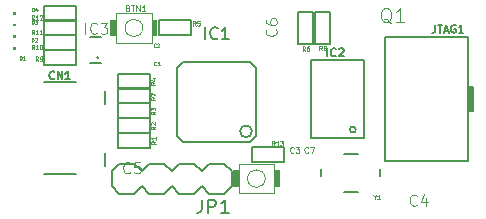
<source format=gbr>
%TF.GenerationSoftware,KiCad,Pcbnew,(6.0.7)*%
%TF.CreationDate,2022-08-30T17:51:16+02:00*%
%TF.ProjectId,blackmagic_richardeoin,626c6163-6b6d-4616-9769-635f72696368,rev?*%
%TF.SameCoordinates,Original*%
%TF.FileFunction,Legend,Top*%
%TF.FilePolarity,Positive*%
%FSLAX46Y46*%
G04 Gerber Fmt 4.6, Leading zero omitted, Abs format (unit mm)*
G04 Created by KiCad (PCBNEW (6.0.7)) date 2022-08-30 17:51:16*
%MOMM*%
%LPD*%
G01*
G04 APERTURE LIST*
%ADD10C,0.146304*%
%ADD11C,0.175000*%
%ADD12C,0.075000*%
%ADD13C,0.032512*%
%ADD14C,0.081280*%
%ADD15C,0.065024*%
%ADD16C,0.127000*%
%ADD17C,0.101600*%
%ADD18C,0.100000*%
%ADD19C,0.203200*%
%ADD20C,0.150000*%
%ADD21C,0.152400*%
G04 APERTURE END LIST*
D10*
%TO.C,CN1*%
X153259641Y-95279786D02*
X153227904Y-95311524D01*
X153132690Y-95343262D01*
X153069214Y-95343262D01*
X152974000Y-95311524D01*
X152910525Y-95248048D01*
X152878787Y-95184572D01*
X152847049Y-95057620D01*
X152847049Y-94962407D01*
X152878787Y-94835455D01*
X152910525Y-94771979D01*
X152974000Y-94708504D01*
X153069214Y-94676766D01*
X153132690Y-94676766D01*
X153227904Y-94708504D01*
X153259641Y-94740241D01*
X153545283Y-95343262D02*
X153545283Y-94676766D01*
X153926137Y-95343262D01*
X153926137Y-94676766D01*
X154592633Y-95343262D02*
X154211779Y-95343262D01*
X154402206Y-95343262D02*
X154402206Y-94676766D01*
X154338730Y-94771979D01*
X154275254Y-94835455D01*
X154211779Y-94867193D01*
D11*
%TO.C,IC2*%
X176377916Y-93416666D02*
X176377916Y-92716666D01*
X177111250Y-93350000D02*
X177077916Y-93383333D01*
X176977916Y-93416666D01*
X176911250Y-93416666D01*
X176811250Y-93383333D01*
X176744583Y-93316666D01*
X176711250Y-93250000D01*
X176677916Y-93116666D01*
X176677916Y-93016666D01*
X176711250Y-92883333D01*
X176744583Y-92816666D01*
X176811250Y-92750000D01*
X176911250Y-92716666D01*
X176977916Y-92716666D01*
X177077916Y-92750000D01*
X177111250Y-92783333D01*
X177377916Y-92783333D02*
X177411250Y-92750000D01*
X177477916Y-92716666D01*
X177644583Y-92716666D01*
X177711250Y-92750000D01*
X177744583Y-92783333D01*
X177777916Y-92850000D01*
X177777916Y-92916666D01*
X177744583Y-93016666D01*
X177344583Y-93416666D01*
X177777916Y-93416666D01*
D12*
%TO.C,D2*%
X151336964Y-92160714D02*
X151336964Y-91860714D01*
X151408392Y-91860714D01*
X151451250Y-91875000D01*
X151479821Y-91903571D01*
X151494107Y-91932142D01*
X151508392Y-91989285D01*
X151508392Y-92032142D01*
X151494107Y-92089285D01*
X151479821Y-92117857D01*
X151451250Y-92146428D01*
X151408392Y-92160714D01*
X151336964Y-92160714D01*
X151622678Y-91889285D02*
X151636964Y-91875000D01*
X151665535Y-91860714D01*
X151736964Y-91860714D01*
X151765535Y-91875000D01*
X151779821Y-91889285D01*
X151794107Y-91917857D01*
X151794107Y-91946428D01*
X151779821Y-91989285D01*
X151608392Y-92160714D01*
X151794107Y-92160714D01*
D13*
%TO.C,R10*%
X151549582Y-92800183D02*
X151424953Y-92622141D01*
X151335932Y-92800183D02*
X151335932Y-92426295D01*
X151478366Y-92426295D01*
X151513974Y-92444100D01*
X151531778Y-92461904D01*
X151549582Y-92497512D01*
X151549582Y-92550925D01*
X151531778Y-92586533D01*
X151513974Y-92604337D01*
X151478366Y-92622141D01*
X151335932Y-92622141D01*
X151905666Y-92800183D02*
X151692016Y-92800183D01*
X151798841Y-92800183D02*
X151798841Y-92426295D01*
X151763233Y-92479708D01*
X151727624Y-92515316D01*
X151692016Y-92533120D01*
X152137121Y-92426295D02*
X152172729Y-92426295D01*
X152208337Y-92444100D01*
X152226142Y-92461904D01*
X152243946Y-92497512D01*
X152261750Y-92568729D01*
X152261750Y-92657750D01*
X152243946Y-92728967D01*
X152226142Y-92764575D01*
X152208337Y-92782379D01*
X152172729Y-92800183D01*
X152137121Y-92800183D01*
X152101512Y-92782379D01*
X152083708Y-92764575D01*
X152065904Y-92728967D01*
X152048100Y-92657750D01*
X152048100Y-92568729D01*
X152065904Y-92497512D01*
X152083708Y-92461904D01*
X152101512Y-92444100D01*
X152137121Y-92426295D01*
%TO.C,R7*%
X161831083Y-96873433D02*
X161653041Y-96998062D01*
X161831083Y-97087083D02*
X161457195Y-97087083D01*
X161457195Y-96944650D01*
X161475000Y-96909041D01*
X161492804Y-96891237D01*
X161528412Y-96873433D01*
X161581825Y-96873433D01*
X161617433Y-96891237D01*
X161635237Y-96909041D01*
X161653041Y-96944650D01*
X161653041Y-97087083D01*
X161457195Y-96748804D02*
X161457195Y-96499545D01*
X161831083Y-96659783D01*
%TO.C,R5*%
X165221904Y-90795295D02*
X165097274Y-90617253D01*
X165008253Y-90795295D02*
X165008253Y-90421407D01*
X165150687Y-90421407D01*
X165186295Y-90439212D01*
X165204099Y-90457016D01*
X165221904Y-90492624D01*
X165221904Y-90546037D01*
X165204099Y-90581645D01*
X165186295Y-90599449D01*
X165150687Y-90617253D01*
X165008253Y-90617253D01*
X165560183Y-90421407D02*
X165382141Y-90421407D01*
X165364337Y-90599449D01*
X165382141Y-90581645D01*
X165417750Y-90563841D01*
X165506771Y-90563841D01*
X165542379Y-90581645D01*
X165560183Y-90599449D01*
X165577987Y-90635058D01*
X165577987Y-90724079D01*
X165560183Y-90759687D01*
X165542379Y-90777491D01*
X165506771Y-90795295D01*
X165417750Y-90795295D01*
X165382141Y-90777491D01*
X165364337Y-90759687D01*
%TO.C,R8*%
X175923804Y-92907195D02*
X175799174Y-92729153D01*
X175710153Y-92907195D02*
X175710153Y-92533307D01*
X175852587Y-92533307D01*
X175888195Y-92551112D01*
X175905999Y-92568916D01*
X175923804Y-92604524D01*
X175923804Y-92657937D01*
X175905999Y-92693545D01*
X175888195Y-92711349D01*
X175852587Y-92729153D01*
X175710153Y-92729153D01*
X176137454Y-92693545D02*
X176101845Y-92675741D01*
X176084041Y-92657937D01*
X176066237Y-92622328D01*
X176066237Y-92604524D01*
X176084041Y-92568916D01*
X176101845Y-92551112D01*
X176137454Y-92533307D01*
X176208671Y-92533307D01*
X176244279Y-92551112D01*
X176262083Y-92568916D01*
X176279887Y-92604524D01*
X176279887Y-92622328D01*
X176262083Y-92657937D01*
X176244279Y-92675741D01*
X176208671Y-92693545D01*
X176137454Y-92693545D01*
X176101845Y-92711349D01*
X176084041Y-92729153D01*
X176066237Y-92764762D01*
X176066237Y-92835979D01*
X176084041Y-92871587D01*
X176101845Y-92889391D01*
X176137454Y-92907195D01*
X176208671Y-92907195D01*
X176244279Y-92889391D01*
X176262083Y-92871587D01*
X176279887Y-92835979D01*
X176279887Y-92764762D01*
X176262083Y-92729153D01*
X176244279Y-92711349D01*
X176208671Y-92693545D01*
%TO.C,R1*%
X161856083Y-100598433D02*
X161678041Y-100723062D01*
X161856083Y-100812083D02*
X161482195Y-100812083D01*
X161482195Y-100669650D01*
X161500000Y-100634041D01*
X161517804Y-100616237D01*
X161553412Y-100598433D01*
X161606825Y-100598433D01*
X161642433Y-100616237D01*
X161660237Y-100634041D01*
X161678041Y-100669650D01*
X161678041Y-100812083D01*
X161856083Y-100242349D02*
X161856083Y-100455999D01*
X161856083Y-100349174D02*
X161482195Y-100349174D01*
X161535608Y-100384783D01*
X161571216Y-100420391D01*
X161589020Y-100455999D01*
D10*
%TO.C,JTAG1*%
X185494214Y-90751766D02*
X185494214Y-91227834D01*
X185462476Y-91323048D01*
X185399000Y-91386524D01*
X185303787Y-91418262D01*
X185240311Y-91418262D01*
X185716379Y-90751766D02*
X186097234Y-90751766D01*
X185906807Y-91418262D02*
X185906807Y-90751766D01*
X186287662Y-91227834D02*
X186605041Y-91227834D01*
X186224186Y-91418262D02*
X186446351Y-90751766D01*
X186668517Y-91418262D01*
X187239799Y-90783504D02*
X187176323Y-90751766D01*
X187081109Y-90751766D01*
X186985896Y-90783504D01*
X186922420Y-90846979D01*
X186890682Y-90910455D01*
X186858944Y-91037407D01*
X186858944Y-91132620D01*
X186890682Y-91259572D01*
X186922420Y-91323048D01*
X186985896Y-91386524D01*
X187081109Y-91418262D01*
X187144585Y-91418262D01*
X187239799Y-91386524D01*
X187271537Y-91354786D01*
X187271537Y-91132620D01*
X187144585Y-91132620D01*
X187906295Y-91418262D02*
X187525440Y-91418262D01*
X187715867Y-91418262D02*
X187715867Y-90751766D01*
X187652392Y-90846979D01*
X187588916Y-90910455D01*
X187525440Y-90942193D01*
D13*
%TO.C,R2*%
X161831083Y-99348433D02*
X161653041Y-99473062D01*
X161831083Y-99562083D02*
X161457195Y-99562083D01*
X161457195Y-99419650D01*
X161475000Y-99384041D01*
X161492804Y-99366237D01*
X161528412Y-99348433D01*
X161581825Y-99348433D01*
X161617433Y-99366237D01*
X161635237Y-99384041D01*
X161653041Y-99419650D01*
X161653041Y-99562083D01*
X161492804Y-99205999D02*
X161475000Y-99188195D01*
X161457195Y-99152587D01*
X161457195Y-99063566D01*
X161475000Y-99027957D01*
X161492804Y-99010153D01*
X161528412Y-98992349D01*
X161564020Y-98992349D01*
X161617433Y-99010153D01*
X161831083Y-99223804D01*
X161831083Y-98992349D01*
%TO.C,R12*%
X151549582Y-90300183D02*
X151424953Y-90122141D01*
X151335932Y-90300183D02*
X151335932Y-89926295D01*
X151478366Y-89926295D01*
X151513974Y-89944100D01*
X151531778Y-89961904D01*
X151549582Y-89997512D01*
X151549582Y-90050925D01*
X151531778Y-90086533D01*
X151513974Y-90104337D01*
X151478366Y-90122141D01*
X151335932Y-90122141D01*
X151905666Y-90300183D02*
X151692016Y-90300183D01*
X151798841Y-90300183D02*
X151798841Y-89926295D01*
X151763233Y-89979708D01*
X151727624Y-90015316D01*
X151692016Y-90033120D01*
X152048100Y-89961904D02*
X152065904Y-89944100D01*
X152101512Y-89926295D01*
X152190533Y-89926295D01*
X152226142Y-89944100D01*
X152243946Y-89961904D01*
X152261750Y-89997512D01*
X152261750Y-90033120D01*
X152243946Y-90086533D01*
X152030295Y-90300183D01*
X152261750Y-90300183D01*
D14*
%TO.C,C7*%
X174757593Y-101528571D02*
X174733784Y-101552380D01*
X174662355Y-101576190D01*
X174614736Y-101576190D01*
X174543308Y-101552380D01*
X174495689Y-101504761D01*
X174471879Y-101457142D01*
X174448070Y-101361904D01*
X174448070Y-101290476D01*
X174471879Y-101195238D01*
X174495689Y-101147619D01*
X174543308Y-101100000D01*
X174614736Y-101076190D01*
X174662355Y-101076190D01*
X174733784Y-101100000D01*
X174757593Y-101123809D01*
X174924260Y-101076190D02*
X175257593Y-101076190D01*
X175043308Y-101576190D01*
D12*
%TO.C,D3*%
X151361964Y-90660714D02*
X151361964Y-90360714D01*
X151433392Y-90360714D01*
X151476250Y-90375000D01*
X151504821Y-90403571D01*
X151519107Y-90432142D01*
X151533392Y-90489285D01*
X151533392Y-90532142D01*
X151519107Y-90589285D01*
X151504821Y-90617857D01*
X151476250Y-90646428D01*
X151433392Y-90660714D01*
X151361964Y-90660714D01*
X151633392Y-90360714D02*
X151819107Y-90360714D01*
X151719107Y-90475000D01*
X151761964Y-90475000D01*
X151790535Y-90489285D01*
X151804821Y-90503571D01*
X151819107Y-90532142D01*
X151819107Y-90603571D01*
X151804821Y-90632142D01*
X151790535Y-90646428D01*
X151761964Y-90660714D01*
X151676250Y-90660714D01*
X151647678Y-90646428D01*
X151633392Y-90632142D01*
D13*
%TO.C,Y1*%
X180378645Y-105336641D02*
X180378645Y-105514683D01*
X180254016Y-105140795D02*
X180378645Y-105336641D01*
X180503275Y-105140795D01*
X180823750Y-105514683D02*
X180610100Y-105514683D01*
X180716925Y-105514683D02*
X180716925Y-105140795D01*
X180681316Y-105194208D01*
X180645708Y-105229816D01*
X180610100Y-105247620D01*
D12*
%TO.C,C2*%
X161858392Y-92582142D02*
X161844107Y-92596428D01*
X161801250Y-92610714D01*
X161772678Y-92610714D01*
X161729821Y-92596428D01*
X161701250Y-92567857D01*
X161686964Y-92539285D01*
X161672678Y-92482142D01*
X161672678Y-92439285D01*
X161686964Y-92382142D01*
X161701250Y-92353571D01*
X161729821Y-92325000D01*
X161772678Y-92310714D01*
X161801250Y-92310714D01*
X161844107Y-92325000D01*
X161858392Y-92339285D01*
X161972678Y-92339285D02*
X161986964Y-92325000D01*
X162015535Y-92310714D01*
X162086964Y-92310714D01*
X162115535Y-92325000D01*
X162129821Y-92339285D01*
X162144107Y-92367857D01*
X162144107Y-92396428D01*
X162129821Y-92439285D01*
X161958392Y-92610714D01*
X162144107Y-92610714D01*
D15*
%TO.C,BTN1*%
X159487496Y-89314285D02*
X159558924Y-89338095D01*
X159582734Y-89361904D01*
X159606543Y-89409523D01*
X159606543Y-89480952D01*
X159582734Y-89528571D01*
X159558924Y-89552380D01*
X159511305Y-89576190D01*
X159320829Y-89576190D01*
X159320829Y-89076190D01*
X159487496Y-89076190D01*
X159535115Y-89100000D01*
X159558924Y-89123809D01*
X159582734Y-89171428D01*
X159582734Y-89219047D01*
X159558924Y-89266666D01*
X159535115Y-89290476D01*
X159487496Y-89314285D01*
X159320829Y-89314285D01*
X159749401Y-89076190D02*
X160035115Y-89076190D01*
X159892258Y-89576190D02*
X159892258Y-89076190D01*
X160201782Y-89576190D02*
X160201782Y-89076190D01*
X160487496Y-89576190D01*
X160487496Y-89076190D01*
X160987496Y-89576190D02*
X160701782Y-89576190D01*
X160844639Y-89576190D02*
X160844639Y-89076190D01*
X160797020Y-89147619D01*
X160749401Y-89195238D01*
X160701782Y-89219047D01*
D13*
%TO.C,R11*%
X151549582Y-91550183D02*
X151424953Y-91372141D01*
X151335932Y-91550183D02*
X151335932Y-91176295D01*
X151478366Y-91176295D01*
X151513974Y-91194100D01*
X151531778Y-91211904D01*
X151549582Y-91247512D01*
X151549582Y-91300925D01*
X151531778Y-91336533D01*
X151513974Y-91354337D01*
X151478366Y-91372141D01*
X151335932Y-91372141D01*
X151905666Y-91550183D02*
X151692016Y-91550183D01*
X151798841Y-91550183D02*
X151798841Y-91176295D01*
X151763233Y-91229708D01*
X151727624Y-91265316D01*
X151692016Y-91283120D01*
X152261750Y-91550183D02*
X152048100Y-91550183D01*
X152154925Y-91550183D02*
X152154925Y-91176295D01*
X152119316Y-91229708D01*
X152083708Y-91265316D01*
X152048100Y-91283120D01*
D16*
%TO.C,JP1*%
X165761035Y-105527971D02*
X165761035Y-106344400D01*
X165706607Y-106507685D01*
X165597750Y-106616542D01*
X165434464Y-106670971D01*
X165325607Y-106670971D01*
X166305321Y-106670971D02*
X166305321Y-105527971D01*
X166740750Y-105527971D01*
X166849607Y-105582400D01*
X166904035Y-105636828D01*
X166958464Y-105745685D01*
X166958464Y-105908971D01*
X166904035Y-106017828D01*
X166849607Y-106072257D01*
X166740750Y-106126685D01*
X166305321Y-106126685D01*
X168047035Y-106670971D02*
X167393892Y-106670971D01*
X167720464Y-106670971D02*
X167720464Y-105527971D01*
X167611607Y-105691257D01*
X167502750Y-105800114D01*
X167393892Y-105854542D01*
D17*
%TO.C,Q1*%
X181798163Y-90605638D02*
X181686887Y-90550000D01*
X181575611Y-90438723D01*
X181408697Y-90271809D01*
X181297420Y-90216171D01*
X181186144Y-90216171D01*
X181241782Y-90494361D02*
X181130506Y-90438723D01*
X181019230Y-90327447D01*
X180963592Y-90104895D01*
X180963592Y-89715428D01*
X181019230Y-89492876D01*
X181130506Y-89381600D01*
X181241782Y-89325961D01*
X181464335Y-89325961D01*
X181575611Y-89381600D01*
X181686887Y-89492876D01*
X181742525Y-89715428D01*
X181742525Y-90104895D01*
X181686887Y-90327447D01*
X181575611Y-90438723D01*
X181464335Y-90494361D01*
X181241782Y-90494361D01*
X182855287Y-90494361D02*
X182187630Y-90494361D01*
X182521459Y-90494361D02*
X182521459Y-89325961D01*
X182410182Y-89492876D01*
X182298906Y-89604152D01*
X182187630Y-89659790D01*
D14*
%TO.C,IC3*%
X155900384Y-91505489D02*
X155900384Y-90570769D01*
X156879614Y-91416468D02*
X156835104Y-91460979D01*
X156701572Y-91505489D01*
X156612552Y-91505489D01*
X156479020Y-91460979D01*
X156389999Y-91371958D01*
X156345489Y-91282937D01*
X156300978Y-91104895D01*
X156300978Y-90971363D01*
X156345489Y-90793321D01*
X156389999Y-90704300D01*
X156479020Y-90615280D01*
X156612552Y-90570769D01*
X156701572Y-90570769D01*
X156835104Y-90615280D01*
X156879614Y-90659790D01*
X157191188Y-90570769D02*
X157769824Y-90570769D01*
X157458251Y-90926853D01*
X157591782Y-90926853D01*
X157680803Y-90971363D01*
X157725313Y-91015874D01*
X157769824Y-91104895D01*
X157769824Y-91327447D01*
X157725313Y-91416468D01*
X157680803Y-91460979D01*
X157591782Y-91505489D01*
X157324719Y-91505489D01*
X157235698Y-91460979D01*
X157191188Y-91416468D01*
D13*
%TO.C,R6*%
X174498804Y-92932195D02*
X174374174Y-92754153D01*
X174285153Y-92932195D02*
X174285153Y-92558307D01*
X174427587Y-92558307D01*
X174463195Y-92576112D01*
X174480999Y-92593916D01*
X174498804Y-92629524D01*
X174498804Y-92682937D01*
X174480999Y-92718545D01*
X174463195Y-92736349D01*
X174427587Y-92754153D01*
X174285153Y-92754153D01*
X174819279Y-92558307D02*
X174748062Y-92558307D01*
X174712454Y-92576112D01*
X174694650Y-92593916D01*
X174659041Y-92647328D01*
X174641237Y-92718545D01*
X174641237Y-92860979D01*
X174659041Y-92896587D01*
X174676845Y-92914391D01*
X174712454Y-92932195D01*
X174783671Y-92932195D01*
X174819279Y-92914391D01*
X174837083Y-92896587D01*
X174854887Y-92860979D01*
X174854887Y-92771958D01*
X174837083Y-92736349D01*
X174819279Y-92718545D01*
X174783671Y-92700741D01*
X174712454Y-92700741D01*
X174676845Y-92718545D01*
X174659041Y-92736349D01*
X174641237Y-92771958D01*
D14*
%TO.C,C5*%
X159680016Y-103204788D02*
X159635506Y-103249299D01*
X159501974Y-103293809D01*
X159412953Y-103293809D01*
X159279422Y-103249299D01*
X159190401Y-103160278D01*
X159145890Y-103071257D01*
X159101380Y-102893215D01*
X159101380Y-102759683D01*
X159145890Y-102581641D01*
X159190401Y-102492620D01*
X159279422Y-102403600D01*
X159412953Y-102359089D01*
X159501974Y-102359089D01*
X159635506Y-102403600D01*
X159680016Y-102448110D01*
X160525715Y-102359089D02*
X160080610Y-102359089D01*
X160036100Y-102804194D01*
X160080610Y-102759683D01*
X160169631Y-102715173D01*
X160392184Y-102715173D01*
X160481205Y-102759683D01*
X160525715Y-102804194D01*
X160570226Y-102893215D01*
X160570226Y-103115767D01*
X160525715Y-103204788D01*
X160481205Y-103249299D01*
X160392184Y-103293809D01*
X160169631Y-103293809D01*
X160080610Y-103249299D01*
X160036100Y-103204788D01*
D12*
%TO.C,C1*%
X161891607Y-94132142D02*
X161877321Y-94146428D01*
X161834464Y-94160714D01*
X161805892Y-94160714D01*
X161763035Y-94146428D01*
X161734464Y-94117857D01*
X161720178Y-94089285D01*
X161705892Y-94032142D01*
X161705892Y-93989285D01*
X161720178Y-93932142D01*
X161734464Y-93903571D01*
X161763035Y-93875000D01*
X161805892Y-93860714D01*
X161834464Y-93860714D01*
X161877321Y-93875000D01*
X161891607Y-93889285D01*
X162177321Y-94160714D02*
X162005892Y-94160714D01*
X162091607Y-94160714D02*
X162091607Y-93860714D01*
X162063035Y-93903571D01*
X162034464Y-93932142D01*
X162005892Y-93946428D01*
D14*
%TO.C,C4*%
X183957516Y-105965368D02*
X183913006Y-106009879D01*
X183779474Y-106054389D01*
X183690453Y-106054389D01*
X183556922Y-106009879D01*
X183467901Y-105920858D01*
X183423390Y-105831837D01*
X183378880Y-105653795D01*
X183378880Y-105520263D01*
X183423390Y-105342221D01*
X183467901Y-105253200D01*
X183556922Y-105164180D01*
X183690453Y-105119669D01*
X183779474Y-105119669D01*
X183913006Y-105164180D01*
X183957516Y-105208690D01*
X184758705Y-105431242D02*
X184758705Y-106054389D01*
X184536152Y-105075159D02*
X184313600Y-105742816D01*
X184892236Y-105742816D01*
D13*
%TO.C,R13*%
X171920482Y-100956083D02*
X171795853Y-100778041D01*
X171706832Y-100956083D02*
X171706832Y-100582195D01*
X171849266Y-100582195D01*
X171884874Y-100600000D01*
X171902678Y-100617804D01*
X171920482Y-100653412D01*
X171920482Y-100706825D01*
X171902678Y-100742433D01*
X171884874Y-100760237D01*
X171849266Y-100778041D01*
X171706832Y-100778041D01*
X172276566Y-100956083D02*
X172062916Y-100956083D01*
X172169741Y-100956083D02*
X172169741Y-100582195D01*
X172134133Y-100635608D01*
X172098524Y-100671216D01*
X172062916Y-100689020D01*
X172401195Y-100582195D02*
X172632650Y-100582195D01*
X172508021Y-100724629D01*
X172561433Y-100724629D01*
X172597042Y-100742433D01*
X172614846Y-100760237D01*
X172632650Y-100795846D01*
X172632650Y-100884867D01*
X172614846Y-100920475D01*
X172597042Y-100938279D01*
X172561433Y-100956083D01*
X172454608Y-100956083D01*
X172419000Y-100938279D01*
X172401195Y-100920475D01*
D12*
%TO.C,D1*%
X150336964Y-93710714D02*
X150336964Y-93410714D01*
X150408392Y-93410714D01*
X150451250Y-93425000D01*
X150479821Y-93453571D01*
X150494107Y-93482142D01*
X150508392Y-93539285D01*
X150508392Y-93582142D01*
X150494107Y-93639285D01*
X150479821Y-93667857D01*
X150451250Y-93696428D01*
X150408392Y-93710714D01*
X150336964Y-93710714D01*
X150794107Y-93710714D02*
X150622678Y-93710714D01*
X150708392Y-93710714D02*
X150708392Y-93410714D01*
X150679821Y-93453571D01*
X150651250Y-93482142D01*
X150622678Y-93496428D01*
D14*
%TO.C,C3*%
X173532593Y-101528571D02*
X173508784Y-101552380D01*
X173437355Y-101576190D01*
X173389736Y-101576190D01*
X173318308Y-101552380D01*
X173270689Y-101504761D01*
X173246879Y-101457142D01*
X173223070Y-101361904D01*
X173223070Y-101290476D01*
X173246879Y-101195238D01*
X173270689Y-101147619D01*
X173318308Y-101100000D01*
X173389736Y-101076190D01*
X173437355Y-101076190D01*
X173508784Y-101100000D01*
X173532593Y-101123809D01*
X173699260Y-101076190D02*
X174008784Y-101076190D01*
X173842117Y-101266666D01*
X173913546Y-101266666D01*
X173961165Y-101290476D01*
X173984974Y-101314285D01*
X174008784Y-101361904D01*
X174008784Y-101480952D01*
X173984974Y-101528571D01*
X173961165Y-101552380D01*
X173913546Y-101576190D01*
X173770689Y-101576190D01*
X173723070Y-101552380D01*
X173699260Y-101528571D01*
D13*
%TO.C,R4*%
X161832195Y-95601195D02*
X161654153Y-95725825D01*
X161832195Y-95814846D02*
X161458307Y-95814846D01*
X161458307Y-95672412D01*
X161476112Y-95636804D01*
X161493916Y-95619000D01*
X161529524Y-95601195D01*
X161582937Y-95601195D01*
X161618545Y-95619000D01*
X161636349Y-95636804D01*
X161654153Y-95672412D01*
X161654153Y-95814846D01*
X161582937Y-95280720D02*
X161832195Y-95280720D01*
X161440503Y-95369741D02*
X161707566Y-95458762D01*
X161707566Y-95227307D01*
%TO.C,R3*%
X161831083Y-98098433D02*
X161653041Y-98223062D01*
X161831083Y-98312083D02*
X161457195Y-98312083D01*
X161457195Y-98169650D01*
X161475000Y-98134041D01*
X161492804Y-98116237D01*
X161528412Y-98098433D01*
X161581825Y-98098433D01*
X161617433Y-98116237D01*
X161635237Y-98134041D01*
X161653041Y-98169650D01*
X161653041Y-98312083D01*
X161457195Y-97973804D02*
X161457195Y-97742349D01*
X161599629Y-97866978D01*
X161599629Y-97813566D01*
X161617433Y-97777957D01*
X161635237Y-97760153D01*
X161670846Y-97742349D01*
X161759867Y-97742349D01*
X161795475Y-97760153D01*
X161813279Y-97777957D01*
X161831083Y-97813566D01*
X161831083Y-97920391D01*
X161813279Y-97955999D01*
X161795475Y-97973804D01*
D16*
%TO.C,IC1*%
X166045645Y-91952380D02*
X166045645Y-90952380D01*
X167093264Y-91857142D02*
X167045645Y-91904761D01*
X166902788Y-91952380D01*
X166807550Y-91952380D01*
X166664692Y-91904761D01*
X166569454Y-91809523D01*
X166521835Y-91714285D01*
X166474216Y-91523809D01*
X166474216Y-91380952D01*
X166521835Y-91190476D01*
X166569454Y-91095238D01*
X166664692Y-91000000D01*
X166807550Y-90952380D01*
X166902788Y-90952380D01*
X167045645Y-91000000D01*
X167093264Y-91047619D01*
X168045645Y-91952380D02*
X167474216Y-91952380D01*
X167759930Y-91952380D02*
X167759930Y-90952380D01*
X167664692Y-91095238D01*
X167569454Y-91190476D01*
X167474216Y-91238095D01*
D14*
%TO.C,C6*%
X172016468Y-91090489D02*
X172060979Y-91135000D01*
X172105489Y-91268531D01*
X172105489Y-91357552D01*
X172060979Y-91491084D01*
X171971958Y-91580105D01*
X171882937Y-91624615D01*
X171704895Y-91669126D01*
X171571363Y-91669126D01*
X171393321Y-91624615D01*
X171304300Y-91580105D01*
X171215280Y-91491084D01*
X171170769Y-91357552D01*
X171170769Y-91268531D01*
X171215280Y-91135000D01*
X171259790Y-91090489D01*
X171170769Y-90289301D02*
X171170769Y-90467343D01*
X171215280Y-90556364D01*
X171259790Y-90600874D01*
X171393321Y-90689895D01*
X171571363Y-90734406D01*
X171927447Y-90734406D01*
X172016468Y-90689895D01*
X172060979Y-90645385D01*
X172105489Y-90556364D01*
X172105489Y-90378322D01*
X172060979Y-90289301D01*
X172016468Y-90244790D01*
X171927447Y-90200280D01*
X171704895Y-90200280D01*
X171615874Y-90244790D01*
X171571363Y-90289301D01*
X171526853Y-90378322D01*
X171526853Y-90556364D01*
X171571363Y-90645385D01*
X171615874Y-90689895D01*
X171704895Y-90734406D01*
D13*
%TO.C,R9*%
X151901566Y-93781083D02*
X151776937Y-93603041D01*
X151687916Y-93781083D02*
X151687916Y-93407195D01*
X151830349Y-93407195D01*
X151865958Y-93425000D01*
X151883762Y-93442804D01*
X151901566Y-93478412D01*
X151901566Y-93531825D01*
X151883762Y-93567433D01*
X151865958Y-93585237D01*
X151830349Y-93603041D01*
X151687916Y-93603041D01*
X152079608Y-93781083D02*
X152150825Y-93781083D01*
X152186433Y-93763279D01*
X152204237Y-93745475D01*
X152239846Y-93692062D01*
X152257650Y-93620846D01*
X152257650Y-93478412D01*
X152239846Y-93442804D01*
X152222042Y-93425000D01*
X152186433Y-93407195D01*
X152115216Y-93407195D01*
X152079608Y-93425000D01*
X152061804Y-93442804D01*
X152044000Y-93478412D01*
X152044000Y-93567433D01*
X152061804Y-93603041D01*
X152079608Y-93620846D01*
X152115216Y-93638650D01*
X152186433Y-93638650D01*
X152222042Y-93620846D01*
X152239846Y-93603041D01*
X152257650Y-93567433D01*
D12*
%TO.C,D4*%
X151386964Y-89585714D02*
X151386964Y-89285714D01*
X151458392Y-89285714D01*
X151501250Y-89300000D01*
X151529821Y-89328571D01*
X151544107Y-89357142D01*
X151558392Y-89414285D01*
X151558392Y-89457142D01*
X151544107Y-89514285D01*
X151529821Y-89542857D01*
X151501250Y-89571428D01*
X151458392Y-89585714D01*
X151386964Y-89585714D01*
X151815535Y-89385714D02*
X151815535Y-89585714D01*
X151744107Y-89271428D02*
X151672678Y-89485714D01*
X151858392Y-89485714D01*
D18*
%TO.C,BTN2*%
X168876100Y-102503600D02*
X171876100Y-102503600D01*
X171876100Y-105003600D02*
X168876100Y-105003600D01*
X171876100Y-102503600D02*
X171876100Y-105003600D01*
X168876100Y-105003600D02*
X168876100Y-102503600D01*
X171126100Y-103753600D02*
G75*
G03*
X171126100Y-103753600I-750000J0D01*
G01*
G36*
X168876100Y-104453600D02*
G01*
X168376100Y-104453600D01*
X168376100Y-103053600D01*
X168876100Y-103053600D01*
X168876100Y-104453600D01*
G37*
G36*
X172376100Y-104453600D02*
G01*
X171876100Y-104453600D01*
X171876100Y-103053600D01*
X172376100Y-103053600D01*
X172376100Y-104453600D01*
G37*
D19*
%TO.C,CN1*%
X157601100Y-96303600D02*
X157601100Y-97403600D01*
X155101100Y-103403600D02*
X152401100Y-103403600D01*
X152401100Y-95603600D02*
X155101100Y-95603600D01*
X157601100Y-101603600D02*
X157601100Y-102703600D01*
%TO.C,IC2*%
X175001100Y-93703600D02*
X179501100Y-93703600D01*
X179501100Y-100303600D02*
X175001100Y-100303600D01*
X179501100Y-93703600D02*
X179501100Y-100303600D01*
X175001100Y-100303600D02*
X175001100Y-93703600D01*
X178801100Y-99603600D02*
G75*
G03*
X178801100Y-99603600I-250000J0D01*
G01*
%TO.C,D2*%
G36*
X150001100Y-91878600D02*
G01*
X149751100Y-91878600D01*
X149751100Y-91628600D01*
X150001100Y-91628600D01*
X150001100Y-91878600D01*
G37*
D16*
%TO.C,R10*%
X155121100Y-92888600D02*
X152381100Y-92888600D01*
X152381100Y-92888600D02*
X152381100Y-91618600D01*
X152381100Y-91618600D02*
X155121100Y-91618600D01*
X155121100Y-91618600D02*
X155121100Y-92888600D01*
%TO.C,R7*%
X161371100Y-97388600D02*
X158631100Y-97388600D01*
X158631100Y-97388600D02*
X158631100Y-96118600D01*
X161371100Y-96118600D02*
X161371100Y-97388600D01*
X158631100Y-96118600D02*
X161371100Y-96118600D01*
%TO.C,R5*%
X162131100Y-91638600D02*
X162131100Y-90368600D01*
X164871100Y-91638600D02*
X162131100Y-91638600D01*
X162131100Y-90368600D02*
X164871100Y-90368600D01*
X164871100Y-90368600D02*
X164871100Y-91638600D01*
%TO.C,R8*%
X175366100Y-92373600D02*
X175366100Y-89633600D01*
X176636100Y-92373600D02*
X175366100Y-92373600D01*
X175366100Y-89633600D02*
X176636100Y-89633600D01*
X176636100Y-89633600D02*
X176636100Y-92373600D01*
%TO.C,R1*%
X161371100Y-101138600D02*
X158631100Y-101138600D01*
X158631100Y-101138600D02*
X158631100Y-99868600D01*
X158631100Y-99868600D02*
X161371100Y-99868600D01*
X161371100Y-99868600D02*
X161371100Y-101138600D01*
D19*
%TO.C,JTAG1*%
X188751100Y-98003600D02*
X188751100Y-96003600D01*
X181251100Y-102273600D02*
X181251100Y-91733600D01*
X188251100Y-91733600D02*
X188251100Y-96003600D01*
X188251100Y-96003600D02*
X188251100Y-98003600D01*
X181251100Y-91733600D02*
X188251100Y-91733600D01*
X188251100Y-98003600D02*
X188751100Y-98003600D01*
X188251100Y-102273600D02*
X181251100Y-102273600D01*
X188251100Y-98003600D02*
X188251100Y-102273600D01*
X188751100Y-96003600D02*
X188251100Y-96003600D01*
G36*
X188751600Y-98083100D02*
G01*
X188243600Y-98083100D01*
X188243600Y-95924100D01*
X188751600Y-95924100D01*
X188751600Y-98083100D01*
G37*
D16*
%TO.C,R2*%
X158631100Y-98618600D02*
X161371100Y-98618600D01*
X161371100Y-98618600D02*
X161371100Y-99888600D01*
X158631100Y-99888600D02*
X158631100Y-98618600D01*
X161371100Y-99888600D02*
X158631100Y-99888600D01*
%TO.C,R12*%
X152381100Y-89118600D02*
X155121100Y-89118600D01*
X152381100Y-90388600D02*
X152381100Y-89118600D01*
X155121100Y-90388600D02*
X152381100Y-90388600D01*
X155121100Y-89118600D02*
X155121100Y-90388600D01*
%TO.C,D3*%
G36*
X150001100Y-90878600D02*
G01*
X149751100Y-90878600D01*
X149751100Y-90628600D01*
X150001100Y-90628600D01*
X150001100Y-90878600D01*
G37*
D19*
%TO.C,Y1*%
X177776100Y-101653600D02*
X178976100Y-101653600D01*
X180876100Y-103553600D02*
X180876100Y-102953600D01*
X178976100Y-104853600D02*
X177776100Y-104853600D01*
X175876100Y-103553600D02*
X175876100Y-102953600D01*
D18*
%TO.C,BTN1*%
X161501100Y-89753600D02*
X161501100Y-92253600D01*
X158501100Y-92253600D02*
X158501100Y-89753600D01*
X161501100Y-92253600D02*
X158501100Y-92253600D01*
X158501100Y-89753600D02*
X161501100Y-89753600D01*
X160751100Y-91003600D02*
G75*
G03*
X160751100Y-91003600I-750000J0D01*
G01*
G36*
X158501100Y-91703600D02*
G01*
X158001100Y-91703600D01*
X158001100Y-90303600D01*
X158501100Y-90303600D01*
X158501100Y-91703600D01*
G37*
G36*
X162001100Y-91703600D02*
G01*
X161501100Y-91703600D01*
X161501100Y-90303600D01*
X162001100Y-90303600D01*
X162001100Y-91703600D01*
G37*
D16*
%TO.C,R11*%
X155121100Y-91638600D02*
X152381100Y-91638600D01*
X152381100Y-90368600D02*
X155121100Y-90368600D01*
X155121100Y-90368600D02*
X155121100Y-91638600D01*
X152381100Y-91638600D02*
X152381100Y-90368600D01*
D19*
%TO.C,JP1*%
X160016100Y-105023600D02*
X160651100Y-104388600D01*
X162556100Y-102483600D02*
X163191100Y-103118600D01*
X162556100Y-105023600D02*
X161286100Y-105023600D01*
X167636100Y-105023600D02*
X166366100Y-105023600D01*
X166366100Y-102483600D02*
X167636100Y-102483600D01*
X163191100Y-103118600D02*
X163826100Y-102483600D01*
X161286100Y-105023600D02*
X160651100Y-104388600D01*
X163191100Y-104388600D02*
X162556100Y-105023600D01*
X163826100Y-102483600D02*
X165096100Y-102483600D01*
X165731100Y-103118600D02*
X166366100Y-102483600D01*
X161286100Y-102483600D02*
X162556100Y-102483600D01*
X165096100Y-102483600D02*
X165731100Y-103118600D01*
X163826100Y-105023600D02*
X163191100Y-104388600D01*
X160651100Y-103118600D02*
X161286100Y-102483600D01*
X158746100Y-105023600D02*
X158111100Y-104388600D01*
X168271100Y-104388600D02*
X168271100Y-103118600D01*
X165731100Y-104388600D02*
X165096100Y-105023600D01*
X166366100Y-105023600D02*
X165731100Y-104388600D01*
X160016100Y-105023600D02*
X158746100Y-105023600D01*
X160651100Y-103118600D02*
X160016100Y-102483600D01*
X158746100Y-102483600D02*
X160016100Y-102483600D01*
X167636100Y-105023600D02*
X168271100Y-104388600D01*
X165096100Y-105023600D02*
X163826100Y-105023600D01*
X168271100Y-103118600D02*
X167636100Y-102483600D01*
X158111100Y-104388600D02*
X158111100Y-103118600D01*
X158111100Y-103118600D02*
X158746100Y-102483600D01*
%TO.C,IC3*%
X157251100Y-93978600D02*
X156251100Y-93978600D01*
X156251100Y-91778600D02*
X157251100Y-91778600D01*
D20*
X157026100Y-93528600D02*
G75*
G03*
X157026100Y-93528600I-75000J0D01*
G01*
D16*
%TO.C,R6*%
X173866100Y-89633600D02*
X175136100Y-89633600D01*
X175136100Y-92373600D02*
X173866100Y-92373600D01*
X175136100Y-89633600D02*
X175136100Y-92373600D01*
X173866100Y-92373600D02*
X173866100Y-89633600D01*
%TO.C,R13*%
X170006100Y-102388600D02*
X170006100Y-101118600D01*
X172746100Y-101118600D02*
X172746100Y-102388600D01*
X170006100Y-101118600D02*
X172746100Y-101118600D01*
X172746100Y-102388600D02*
X170006100Y-102388600D01*
%TO.C,D1*%
G36*
X150001100Y-92878600D02*
G01*
X149751100Y-92878600D01*
X149751100Y-92628600D01*
X150001100Y-92628600D01*
X150001100Y-92878600D01*
G37*
%TO.C,R4*%
X161371100Y-94868600D02*
X161371100Y-96138600D01*
X161371100Y-96138600D02*
X158631100Y-96138600D01*
X158631100Y-94868600D02*
X161371100Y-94868600D01*
X158631100Y-96138600D02*
X158631100Y-94868600D01*
%TO.C,R3*%
X161371100Y-98638600D02*
X158631100Y-98638600D01*
X158631100Y-97368600D02*
X161371100Y-97368600D01*
X161371100Y-97368600D02*
X161371100Y-98638600D01*
X158631100Y-98638600D02*
X158631100Y-97368600D01*
D21*
%TO.C,IC1*%
X164128100Y-100626600D02*
X169874100Y-100626600D01*
X163628100Y-94380600D02*
X163628100Y-100126600D01*
X163628100Y-100126600D02*
X164128100Y-100626600D01*
X170374100Y-100126600D02*
X170374100Y-94380600D01*
X170374100Y-94380600D02*
X169874100Y-93880600D01*
X169874100Y-93880600D02*
X164128100Y-93880600D01*
X169874100Y-100626600D02*
X170374100Y-100126600D01*
X164128100Y-93880600D02*
X163628100Y-94380600D01*
X170001100Y-99753600D02*
G75*
G03*
X170001100Y-99753600I-500000J0D01*
G01*
D16*
%TO.C,R9*%
X152381100Y-92868600D02*
X155121100Y-92868600D01*
X155121100Y-92868600D02*
X155121100Y-94138600D01*
X155121100Y-94138600D02*
X152381100Y-94138600D01*
X152381100Y-94138600D02*
X152381100Y-92868600D01*
%TO.C,D4*%
G36*
X150001100Y-89878600D02*
G01*
X149751100Y-89878600D01*
X149751100Y-89628600D01*
X150001100Y-89628600D01*
X150001100Y-89878600D01*
G37*
%TD*%
M02*

</source>
